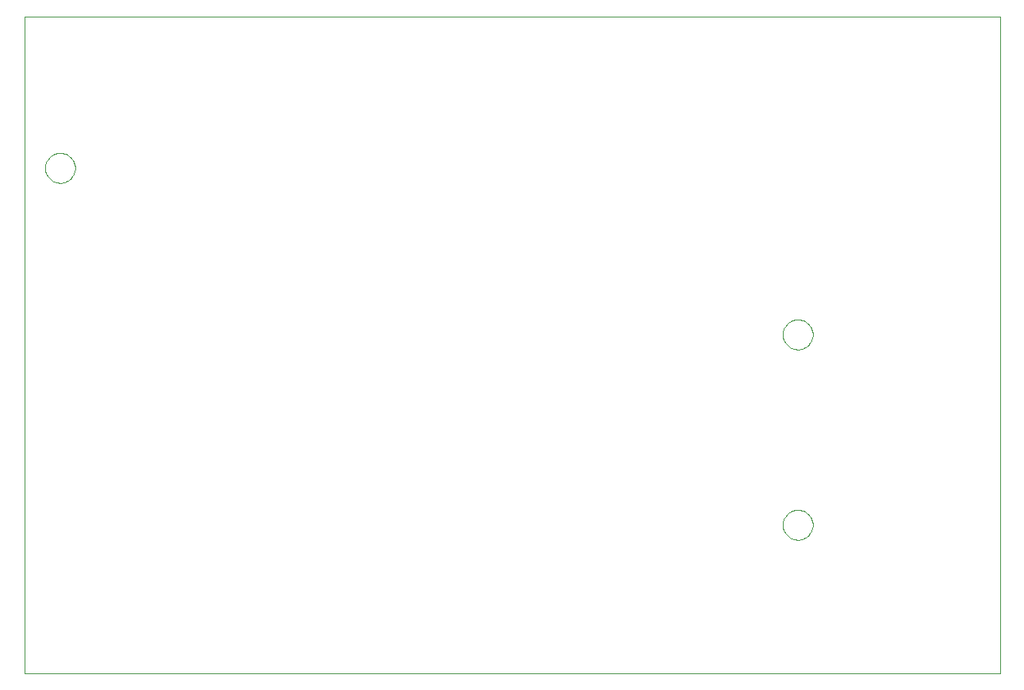
<source format=gbr>
G75*
%MOIN*%
%OFA0B0*%
%FSLAX24Y24*%
%IPPOS*%
%LPD*%
%AMOC8*
5,1,8,0,0,1.08239X$1,22.5*
%
%ADD10C,0.0000*%
D10*
X006680Y011143D02*
X006680Y038763D01*
X047672Y038763D01*
X047672Y011143D01*
X006680Y011143D01*
X007550Y032393D02*
X007552Y032443D01*
X007558Y032493D01*
X007568Y032542D01*
X007582Y032590D01*
X007599Y032637D01*
X007620Y032682D01*
X007645Y032726D01*
X007673Y032767D01*
X007705Y032806D01*
X007739Y032843D01*
X007776Y032877D01*
X007816Y032907D01*
X007858Y032934D01*
X007902Y032958D01*
X007948Y032979D01*
X007995Y032995D01*
X008043Y033008D01*
X008093Y033017D01*
X008142Y033022D01*
X008193Y033023D01*
X008243Y033020D01*
X008292Y033013D01*
X008341Y033002D01*
X008389Y032987D01*
X008435Y032969D01*
X008480Y032947D01*
X008523Y032921D01*
X008564Y032892D01*
X008603Y032860D01*
X008639Y032825D01*
X008671Y032787D01*
X008701Y032747D01*
X008728Y032704D01*
X008751Y032660D01*
X008770Y032614D01*
X008786Y032566D01*
X008798Y032517D01*
X008806Y032468D01*
X008810Y032418D01*
X008810Y032368D01*
X008806Y032318D01*
X008798Y032269D01*
X008786Y032220D01*
X008770Y032172D01*
X008751Y032126D01*
X008728Y032082D01*
X008701Y032039D01*
X008671Y031999D01*
X008639Y031961D01*
X008603Y031926D01*
X008564Y031894D01*
X008523Y031865D01*
X008480Y031839D01*
X008435Y031817D01*
X008389Y031799D01*
X008341Y031784D01*
X008292Y031773D01*
X008243Y031766D01*
X008193Y031763D01*
X008142Y031764D01*
X008093Y031769D01*
X008043Y031778D01*
X007995Y031791D01*
X007948Y031807D01*
X007902Y031828D01*
X007858Y031852D01*
X007816Y031879D01*
X007776Y031909D01*
X007739Y031943D01*
X007705Y031980D01*
X007673Y032019D01*
X007645Y032060D01*
X007620Y032104D01*
X007599Y032149D01*
X007582Y032196D01*
X007568Y032244D01*
X007558Y032293D01*
X007552Y032343D01*
X007550Y032393D01*
X038550Y025393D02*
X038552Y025443D01*
X038558Y025493D01*
X038568Y025542D01*
X038582Y025590D01*
X038599Y025637D01*
X038620Y025682D01*
X038645Y025726D01*
X038673Y025767D01*
X038705Y025806D01*
X038739Y025843D01*
X038776Y025877D01*
X038816Y025907D01*
X038858Y025934D01*
X038902Y025958D01*
X038948Y025979D01*
X038995Y025995D01*
X039043Y026008D01*
X039093Y026017D01*
X039142Y026022D01*
X039193Y026023D01*
X039243Y026020D01*
X039292Y026013D01*
X039341Y026002D01*
X039389Y025987D01*
X039435Y025969D01*
X039480Y025947D01*
X039523Y025921D01*
X039564Y025892D01*
X039603Y025860D01*
X039639Y025825D01*
X039671Y025787D01*
X039701Y025747D01*
X039728Y025704D01*
X039751Y025660D01*
X039770Y025614D01*
X039786Y025566D01*
X039798Y025517D01*
X039806Y025468D01*
X039810Y025418D01*
X039810Y025368D01*
X039806Y025318D01*
X039798Y025269D01*
X039786Y025220D01*
X039770Y025172D01*
X039751Y025126D01*
X039728Y025082D01*
X039701Y025039D01*
X039671Y024999D01*
X039639Y024961D01*
X039603Y024926D01*
X039564Y024894D01*
X039523Y024865D01*
X039480Y024839D01*
X039435Y024817D01*
X039389Y024799D01*
X039341Y024784D01*
X039292Y024773D01*
X039243Y024766D01*
X039193Y024763D01*
X039142Y024764D01*
X039093Y024769D01*
X039043Y024778D01*
X038995Y024791D01*
X038948Y024807D01*
X038902Y024828D01*
X038858Y024852D01*
X038816Y024879D01*
X038776Y024909D01*
X038739Y024943D01*
X038705Y024980D01*
X038673Y025019D01*
X038645Y025060D01*
X038620Y025104D01*
X038599Y025149D01*
X038582Y025196D01*
X038568Y025244D01*
X038558Y025293D01*
X038552Y025343D01*
X038550Y025393D01*
X038550Y017393D02*
X038552Y017443D01*
X038558Y017493D01*
X038568Y017542D01*
X038582Y017590D01*
X038599Y017637D01*
X038620Y017682D01*
X038645Y017726D01*
X038673Y017767D01*
X038705Y017806D01*
X038739Y017843D01*
X038776Y017877D01*
X038816Y017907D01*
X038858Y017934D01*
X038902Y017958D01*
X038948Y017979D01*
X038995Y017995D01*
X039043Y018008D01*
X039093Y018017D01*
X039142Y018022D01*
X039193Y018023D01*
X039243Y018020D01*
X039292Y018013D01*
X039341Y018002D01*
X039389Y017987D01*
X039435Y017969D01*
X039480Y017947D01*
X039523Y017921D01*
X039564Y017892D01*
X039603Y017860D01*
X039639Y017825D01*
X039671Y017787D01*
X039701Y017747D01*
X039728Y017704D01*
X039751Y017660D01*
X039770Y017614D01*
X039786Y017566D01*
X039798Y017517D01*
X039806Y017468D01*
X039810Y017418D01*
X039810Y017368D01*
X039806Y017318D01*
X039798Y017269D01*
X039786Y017220D01*
X039770Y017172D01*
X039751Y017126D01*
X039728Y017082D01*
X039701Y017039D01*
X039671Y016999D01*
X039639Y016961D01*
X039603Y016926D01*
X039564Y016894D01*
X039523Y016865D01*
X039480Y016839D01*
X039435Y016817D01*
X039389Y016799D01*
X039341Y016784D01*
X039292Y016773D01*
X039243Y016766D01*
X039193Y016763D01*
X039142Y016764D01*
X039093Y016769D01*
X039043Y016778D01*
X038995Y016791D01*
X038948Y016807D01*
X038902Y016828D01*
X038858Y016852D01*
X038816Y016879D01*
X038776Y016909D01*
X038739Y016943D01*
X038705Y016980D01*
X038673Y017019D01*
X038645Y017060D01*
X038620Y017104D01*
X038599Y017149D01*
X038582Y017196D01*
X038568Y017244D01*
X038558Y017293D01*
X038552Y017343D01*
X038550Y017393D01*
M02*

</source>
